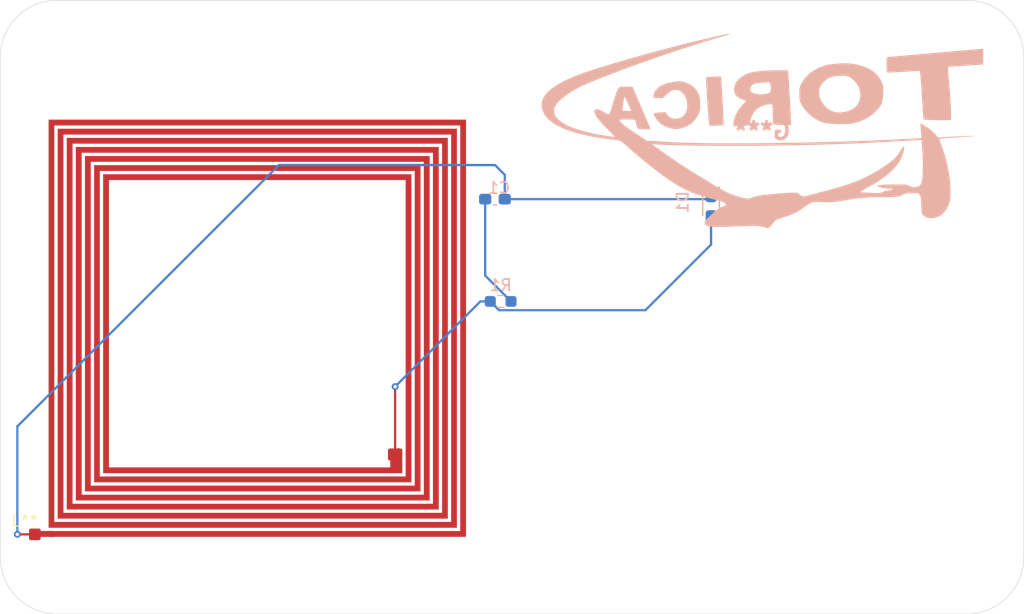
<source format=kicad_pcb>
(kicad_pcb (version 20241229) (generator "pcbnew") (generator_version "9.0")
  (layers (0 "F.Cu" signal) (2 "B.Cu" signal) (13 "F.Paste" user) (15 "B.Paste" user) (5 "F.SilkS" user "F.Silkscreen") (7 "B.SilkS" user "B.Silkscreen") (1 "F.Mask" user) (3 "B.Mask" user) (25 "Edge.Cuts" user))
  (net 0 "")
  (net 1 "Net-(D1-K)")
  (net 2 "Net-(C1-Pad2)")
  (net 3 "Net-(D1-A)")
  (footprint "lib:NFC_COIL_36.7x36.7_3uH" (layer "F.Cu") (at 113.25 90.2125)
    (property "Reference" "L**" (at -2.11 -1.4 0) (layer "F.SilkS") (effects (font (thickness 0.1))))
    (property "Value" "3.00 uH")
    (fp_rect (start -0.67 -0.41) (end 0.41 -0.09) (stroke (width 0.2)) (fill yes) (layer "F.Cu"))
    (fp_rect (start 30.14 -6.795) (end 31 -6.105) (stroke (width 0.2)) (fill yes) (layer "F.Cu"))
    (fp_poly (pts (xy 0 0) (xy 36.7 0) (xy 36.7 -36.7) (xy 0 -36.7) (xy 0 -0.8) (xy 35.9 -0.8) (xy 35.9 -35.9) (xy 0.8 -35.9) (xy 0.8 -1.6) (xy 35.1 -1.6) (xy 35.1 -35.1) (xy 1.6 -35.1) (xy 1.6 -2.4) (xy 34.3 -2.4) (xy 34.3 -34.3) (xy 2.4 -34.3) (xy 2.4 -3.2) (xy 33.5 -3.2) (xy 33.5 -33.5) (xy 3.2 -33.5) (xy 3.2 -4) (xy 32.7 -4) (xy 32.7 -32.7) (xy 4 -32.7) (xy 4 -4.8) (xy 31.9 -4.8) (xy 31.9 -31.9) (xy 4.8 -31.9) (xy 4.8 -5.6) (xy 31.1 -5.6) (xy 31.1 -6.1) (xy 30 -6.1) (xy 5.3 -6.1) (xy 5.3 -31.4) (xy 31.4 -31.4) (xy 31.4 -5.3) (xy 4.5 -5.3) (xy 4.5 -32.2) (xy 32.2 -32.2) (xy 32.2 -4.5) (xy 3.7 -4.5) (xy 3.7 -33) (xy 33 -33) (xy 33 -3.7) (xy 2.9 -3.7) (xy 2.9 -33.8) (xy 33.8 -33.8) (xy 33.8 -2.9) (xy 2.1 -2.9) (xy 2.1 -34.6) (xy 34.6 -34.6) (xy 34.6 -2.1) (xy 1.3 -2.1) (xy 1.3 -35.4) (xy 35.4 -35.4) (xy 35.4 -1.3) (xy 0.5 -1.3) (xy 0.5 -36.2) (xy 36.2 -36.2) (xy 36.2 -0.5) (xy 0 -0.5)) (stroke (width 0.01)) (fill yes) (layer "F.Cu"))
    (pad "1" smd roundrect (at 30.470625 -7.23875) (size 1.26125 1.0625) (layers "F.Cu" "F.Mask" "F.Paste") (roundrect_rratio 0.15) (net 3 "Net-(D1-A)"))
    (pad "2" smd roundrect (at -1.20875 -0.2125) (size 1.0225 1.025) (layers "F.Cu" "F.Mask" "F.Paste") (roundrect_rratio 0.15) (net 1 "Net-(D1-K)"))
  )
  (footprint "Capacitor_SMD:C_0603_1608Metric_Pad1.08x0.95mm_HandSolder" (layer "B.Cu") (at 152.5 60.5 180)
    (property "Reference" "C1" (at -0.35 0.99 0) (layer "B.SilkS") (effects (justify mirror)))
    (property "Value" "C")
    (fp_line (start -0.146267 0.51) (end 0.146267 0.51) (stroke (width 0.12)) (layer "B.SilkS"))
    (fp_line (start -0.146267 -0.51) (end 0.146267 -0.51) (stroke (width 0.12)) (layer "B.SilkS"))
    (pad "1" smd roundrect (at -0.8625 0 180) (size 1.075 0.95) (layers "B.Cu" "B.Mask" "B.Paste") (net 1 "Net-(D1-K)"))
    (pad "2" smd roundrect (at 0.8625 0 180) (size 1.075 0.95) (layers "B.Cu" "B.Mask" "B.Paste") (net 2 "Net-(C1-Pad2)"))
  )
  (footprint "lib:TORICA_LOGO" (layer "B.Cu") (at 176 54.5 180)
    (property "Reference" "G***" (at 0 0 0) (layer "B.SilkS") (effects (font (size 1.5 1.5) (thickness 0.3)) (justify mirror)))
    (property "Value" "LOGO" (hide yes))
    (fp_poly (pts (xy 4.028364 4.794973) (xy 4.255147 4.783218) (xy 4.48478 4.767654) (xy 4.691357 4.749855) (xy 4.848972 4.731393) (xy 4.931721 4.713839) (xy 4.935016 4.71211) (xy 4.94065 4.655024) (xy 4.93873 4.505314) (xy 4.930193 4.276965) (xy 4.915973 3.983962) (xy 4.897009 3.640291) (xy 4.874235 3.259938) (xy 4.848589 2.856888) (xy 4.821005 2.445126) (xy 4.792421 2.038638) (xy 4.763773 1.65141) (xy 4.735997 1.297426) (xy 4.710028 0.990673) (xy 4.686804 0.745135) (xy 4.66726 0.574799) (xy 4.652697 0.494632) (xy 4.588475 0.439894) (xy 4.560309 0.439068) (xy 4.480409 0.445424) (xy 4.31983 0.453538) (xy 4.104801 0.462192) (xy 3.943683 0.467675) (xy 3.395578 0.485005) (xy 3.397426 0.737135) (xy 3.401091 0.896033) (xy 3.409863 1.131815) (xy 3.422947 1.430288) (xy 3.43955 1.777259) (xy 3.458877 2.158534) (xy 3.480136 2.559921) (xy 3.502533 2.967226) (xy 3.525273 3.366256) (xy 3.547563 3.742817) (xy 3.56861 4.082717) (xy 3.58762 4.371762) (xy 3.603799 4.595758) (xy 3.616353 4.740514) (xy 3.624159 4.791669) (xy 3.686964 4.800771) (xy 3.830334 4.801348)) (fill yes) (layer "B.SilkS"))
    (fp_poly (pts (xy 7.480111 4.368804) (xy 7.715764 4.338435) (xy 7.856176 4.316523) (xy 8.37269 4.20314) (xy 8.79899 4.044437) (xy 9.133027 3.841885) (xy 9.372756 3.596959) (xy 9.516129 3.311133) (xy 9.55775 3.091551) (xy 9.571789 2.914317) (xy 9.157641 2.898704) (xy 8.743493 2.883091) (xy 8.377587 3.226747) (xy 8.125667 3.440808) (xy 7.907635 3.57034) (xy 7.703167 3.623006) (xy 7.491941 3.606466) (xy 7.419688 3.587833) (xy 7.146767 3.457653) (xy 6.925559 3.254189) (xy 6.758037 2.995377) (xy 6.646175 2.699151) (xy 6.591947 2.383447) (xy 6.597327 2.066201) (xy 6.664289 1.765346) (xy 6.794807 1.498818) (xy 6.990854 1.284553) (xy 7.154863 1.181558) (xy 7.460921 1.081923) (xy 7.759012 1.07436) (xy 8.030848 1.15447) (xy 8.25814 1.317852) (xy 8.378966 1.476036) (xy 8.492071 1.667733) (xy 8.978456 1.630066) (xy 9.248673 1.607311) (xy 9.425957 1.5828) (xy 9.524075 1.547529) (xy 9.556797 1.492491) (xy 9.537889 1.408683) (xy 9.486425 1.297809) (xy 9.250189 0.937194) (xy 8.933276 0.63269) (xy 8.552582 0.396617) (xy 8.125001 0.241295) (xy 8.000385 0.214178) (xy 7.77366 0.178175) (xy 7.58469 0.16829) (xy 7.38887 0.185875) (xy 7.141596 0.232282) (xy 7.098693 0.241513) (xy 6.645233 0.388981) (xy 6.256818 0.620884) (xy 5.931827 0.938531) (xy 5.668638 1.343233) (xy 5.623534 1.434186) (xy 5.546295 1.605455) (xy 5.497006 1.747921) (xy 5.469539 1.895097) (xy 5.457769 2.08049) (xy 5.455571 2.33761) (xy 5.455602 2.352843) (xy 5.461129 2.641511) (xy 5.479339 2.857172) (xy 5.51499 3.03347) (xy 5.572841 3.204051) (xy 5.577701 3.216288) (xy 5.786325 3.600887) (xy 6.073469 3.915347) (xy 6.432642 4.154422) (xy 6.857351 4.312864) (xy 6.964785 4.337587) (xy 7.13859 4.367577) (xy 7.299042 4.37825)) (fill yes) (layer "B.SilkS"))
    (fp_poly (pts (xy -19.023264 7.200897) (xy -18.72691 7.176422) (xy -18.360008 7.14556) (xy -17.932551 7.109189) (xy -17.454532 7.068189) (xy -16.935944 7.023439) (xy -16.386782 6.975818) (xy -15.817037 6.926206) (xy -15.236703 6.875481) (xy -14.655774 6.824523) (xy -14.084243 6.774212) (xy -13.532104 6.725426) (xy -13.009349 6.679045) (xy -12.525972 6.635949) (xy -12.091966 6.597015) (xy -11.717324 6.563124) (xy -11.412041 6.535155) (xy -11.186108 6.513987) (xy -11.04952 6.500499) (xy -11.012083 6.496032) (xy -10.965298 6.480716) (xy -10.934891 6.445414) (xy -10.918298 6.371521) (xy -10.912951 6.240434) (xy -10.916286 6.033547) (xy -10.922094 5.84346) (xy -10.931508 5.591551) (xy -10.941804 5.377666) (xy -10.951703 5.225161) (xy -10.959571 5.158433) (xy -11.015994 5.14272) (xy -11.172975 5.138448) (xy -11.43188 5.14566) (xy -11.794073 5.164398) (xy -12.260918 5.194706) (xy -12.3767 5.202852) (xy -12.754791 5.228679) (xy -13.099134 5.250126) (xy -13.394924 5.266438) (xy -13.627354 5.27686) (xy -13.781618 5.280637) (xy -13.841833 5.277571) (xy -13.861982 5.234209) (xy -13.883465 5.115727) (xy -13.906742 4.916926) (xy -13.932277 4.632607) (xy -13.96053 4.257571) (xy -13.991963 3.786618) (xy -14.027038 3.214549) (xy -14.030994 3.147679) (xy -14.059151 2.683729) (xy -14.086795 2.253493) (xy -14.113063 1.868601) (xy -14.137092 1.540685) (xy -14.158022 1.281375) (xy -14.174989 1.102303) (xy -14.18713 1.015098) (xy -14.189566 1.00871) (xy -14.25185 0.996648) (xy -14.401406 0.984705) (xy -14.61856 0.973403) (xy -14.883639 0.963267) (xy -15.176968 0.95482) (xy -15.478874 0.948584) (xy -15.769681 0.945084) (xy -16.029717 0.944843) (xy -16.239307 0.948385) (xy -16.322843 0.951953) (xy -16.60358 0.968116) (xy -16.602968 1.700585) (xy -16.597438 1.963755) (xy -16.582243 2.30816) (xy -16.558938 2.708675) (xy -16.529078 3.140178) (xy -16.49422 3.577547) (xy -16.469896 3.850106) (xy -16.434219 4.238654) (xy -16.402133 4.601286) (xy -16.374995 4.921578) (xy -16.354164 5.183108) (xy -16.340998 5.369452) (xy -16.336823 5.459515) (xy -16.336211 5.651871) (xy -16.93779 5.686222) (xy -17.203865 5.701949) (xy -17.5419 5.722723) (xy -17.917153 5.746367) (xy -18.294881 5.770704) (xy -18.488527 5.783424) (xy -19.437685 5.846276) (xy -19.437685 6.540458) (xy -19.437685 7.234641)) (fill yes) (layer "B.SilkS"))
    (fp_poly (pts (xy -6.788067 5.946234) (xy -6.331567 5.910757) (xy -5.908905 5.854369) (xy -5.55432 5.778928) (xy -5.535991 5.773846) (xy -4.992356 5.57767) (xy -4.499313 5.313904) (xy -4.069873 4.992365) (xy -3.717046 4.622873) (xy -3.453843 4.215245) (xy -3.443688 4.194892) (xy -3.361351 4.020854) (xy -3.308515 3.879741) (xy -3.278672 3.738203) (xy -3.265317 3.562889) (xy -3.261945 3.320448) (xy -3.261896 3.26302) (xy -3.26434 3.001479) (xy -3.275883 2.813091) (xy -3.302835 2.664098) (xy -3.35151 2.520743) (xy -3.428218 2.349268) (xy -3.435715 2.333408) (xy -3.620662 2.025021) (xy -3.878301 1.707377) (xy -4.181105 1.408562) (xy -4.50155 1.156659) (xy -4.717701 1.025329) (xy -4.979789 0.892054) (xy -5.204073 0.791814) (xy -5.413977 0.719575) (xy -5.632927 0.670305) (xy -5.884348 0.638971) (xy -6.191665 0.620538) (xy -6.578304 0.609973) (xy -6.657474 0.60853) (xy -7.071733 0.604328) (xy -7.398736 0.608511) (xy -7.657914 0.622013) (xy -7.8687 0.645764) (xy -8.021053 0.673982) (xy -8.66013 0.863167) (xy -9.235215 1.133194) (xy -9.741238 1.481302) (xy -10.070582 1.790036) (xy -10.289897 2.045192) (xy -10.446795 2.286033) (xy -10.550673 2.539094) (xy -10.610925 2.830908) (xy -10.631322 3.110812) (xy -8.630423 3.110812) (xy -8.594131 2.836806) (xy -8.553495 2.682637) (xy -8.402436 2.355181) (xy -8.160939 2.084065) (xy -7.829904 1.869995) (xy -7.410233 1.71368) (xy -7.277673 1.680519) (xy -6.83285 1.625073) (xy -6.412903 1.663129) (xy -6.042709 1.788938) (xy -5.725719 1.993686) (xy -5.447821 2.268317) (xy -5.224344 2.589869) (xy -5.070615 2.93538) (xy -5.001964 3.281887) (xy -4.99979 3.351276) (xy -5.032678 3.687773) (xy -5.140228 3.974441) (xy -5.335766 4.243267) (xy -5.39972 4.311191) (xy -5.647791 4.526425) (xy -5.919662 4.680582) (xy -6.237742 4.782051) (xy -6.624433 4.839224) (xy -6.848504 4.853732) (xy -7.101901 4.862577) (xy -7.279435 4.859591) (xy -7.411926 4.840478) (xy -7.530191 4.800941) (xy -7.656363 4.741093) (xy -7.980674 4.521179) (xy -8.257101 4.225055) (xy -8.462125 3.880646) (xy -8.528502 3.70562) (xy -8.608903 3.385823) (xy -8.630423 3.110812) (xy -10.631322 3.110812) (xy -10.636947 3.188011) (xy -10.640056 3.398353) (xy -10.639475 3.672247) (xy -10.632802 3.868497) (xy -10.614455 4.016403) (xy -10.578854 4.145267) (xy -10.520415 4.284391) (xy -10.439543 4.450966) (xy -10.196604 4.83808) (xy -9.877267 5.166796) (xy -9.477205 5.439719) (xy -8.992089 5.659454) (xy -8.417593 5.828606) (xy -8.018188 5.908613) (xy -7.665617 5.947021) (xy -7.244163 5.958942)) (fill yes) (layer "B.SilkS"))
    (fp_poly (pts (xy -1.56083 5.346576) (xy -1.108936 5.340471) (xy -0.65134 5.324143) (xy -0.208086 5.299084) (xy 0.200785 5.266788) (xy 0.555229 5.228744) (xy 0.835202 5.186446) (xy 0.962526 5.158757) (xy 1.411885 5.004056) (xy 1.793534 4.796188) (xy 2.099547 4.542961) (xy 2.321997 4.252186) (xy 2.452957 3.93167) (xy 2.486526 3.657443) (xy 2.441155 3.358333) (xy 2.303948 3.109771) (xy 2.07326 2.909933) (xy 1.747449 2.756999) (xy 1.644315 2.723913) (xy 1.507631 2.68069) (xy 1.426614 2.649597) (xy 1.417052 2.642762) (xy 1.452105 2.601311) (xy 1.545485 2.50307) (xy 1.67952 2.366495) (xy 1.731979 2.31384) (xy 2.066127 1.905016) (xy 2.328739 1.42043) (xy 2.450198 1.096211) (xy 2.508621 0.878436) (xy 2.543429 0.676202) (xy 2.552361 0.514411) (xy 2.533152 0.417965) (xy 2.513262 0.402192) (xy 2.442155 0.402175) (xy 2.286635 0.409442) (xy 2.068896 0.422756) (xy 1.811133 0.440875) (xy 1.783125 0.44297) (xy 1.106461 0.493878) (xy 1.071781 0.741571) (xy 0.961773 1.190848) (xy 0.770208 1.575588) (xy 0.503365 1.889673) (xy 0.16752 2.126984) (xy -0.231048 2.281403) (xy -0.567261 2.339129) (xy -0.744178 2.351549) (xy -0.840219 2.344105) (xy -0.880507 2.311144) (xy -0.88922 2.266691) (xy -0.893796 2.179327) (xy -0.901749 2.006795) (xy -0.912116 1.770785) (xy -0.923934 1.492988) (xy -0.929325 1.36358) (xy -0.962527 0.561475) (xy -1.737896 0.531816) (xy -2.014045 0.522269) (xy -2.249735 0.516049) (xy -2.425516 0.513519) (xy -2.521936 0.515042) (xy -2.534037 0.51694) (xy -2.535757 0.571445) (xy -2.531986 0.719395) (xy -2.523418 0.947467) (xy -2.510745 1.242337) (xy -2.49466 1.590681) (xy -2.475856 1.979177) (xy -2.455025 2.3945) (xy -2.432861 2.823327) (xy -2.410055 3.252336) (xy -2.390453 3.610592) (xy -0.753415 3.610592) (xy -0.71401 3.452026) (xy -0.614204 3.354703) (xy -0.515192 3.316342) (xy -0.241975 3.251027) (xy -0.008913 3.222481) (xy 0.233354 3.227949) (xy 0.500165 3.259692) (xy 0.695432 3.299686) (xy 0.858771 3.353856) (xy 0.941323 3.400588) (xy 1.023776 3.540818) (xy 1.035686 3.722401) (xy 0.977616 3.906808) (xy 0.932921 3.97529) (xy 0.841197 4.064107) (xy 0.713628 4.131452) (xy 0.533124 4.181863) (xy 0.282593 4.219884) (xy -0.055057 4.250054) (xy -0.117617 4.25441) (xy -0.36808 4.272022) (xy -0.532173 4.275265) (xy -0.63047 4.250711) (xy -0.683546 4.184931) (xy -0.711974 4.064495) (xy -0.736328 3.875975) (xy -0.739945 3.848206) (xy -0.753415 3.610592) (xy -2.390453 3.610592) (xy -2.387301 3.668201) (xy -2.365292 4.057601) (xy -2.34472 4.407211) (xy -2.326278 4.703707) (xy -2.310659 4.933768) (xy -2.298555 5.084068) (xy -2.294699 5.120106) (xy -2.266079 5.347369)) (fill yes) (layer "B.SilkS"))
    (fp_poly (pts (xy 3.08744 8.521353) (xy 3.362159 8.471552) (xy 3.714987 8.39959) (xy 4.137579 8.307505) (xy 4.621592 8.197335) (xy 5.158682 8.071117) (xy 5.740502 7.930889) (xy 6.35871 7.778688) (xy 7.004961 7.616551) (xy 7.67091 7.446516) (xy 8.348213 7.270621) (xy 9.028526 7.090903) (xy 9.703503 6.9094) (xy 10.364802 6.728149) (xy 11.004076 6.549187) (xy 11.122526 6.515564) (xy 12.092434 6.2374) (xy 12.965615 5.981989) (xy 13.749246 5.746746) (xy 14.4505 5.529085) (xy 15.076554 5.32642) (xy 15.634582 5.136165) (xy 16.131761 4.955735) (xy 16.575266 4.782543) (xy 16.972271 4.614005) (xy 17.329953 4.447533) (xy 17.655487 4.280543) (xy 17.956048 4.110448) (xy 18.181052 3.971858) (xy 18.640632 3.64057) (xy 18.993655 3.301201) (xy 19.240223 2.953461) (xy 19.380442 2.597063) (xy 19.414417 2.231716) (xy 19.342252 1.857133) (xy 19.164052 1.473023) (xy 19.114915 1.393822) (xy 18.832661 1.049389) (xy 18.447726 0.729383) (xy 17.96168 0.434373) (xy 17.376093 0.164925) (xy 16.692537 -0.078392) (xy 15.912582 -0.29501) (xy 15.037797 -0.48436) (xy 14.069755 -0.645876) (xy 13.148249 -0.763834) (xy 12.913018 -0.789908) (xy 12.731866 -0.814688) (xy 12.586155 -0.848122) (xy 12.457244 -0.900157) (xy 12.326493 -0.980742) (xy 12.175262 -1.099824) (xy 11.98491 -1.267352) (xy 11.736799 -1.493273) (xy 11.67378 -1.550736) (xy 11.239765 -1.935884) (xy 10.761139 -2.342661) (xy 10.253833 -2.758748) (xy 9.733777 -3.171827) (xy 9.216901 -3.569577) (xy 8.719136 -3.93968) (xy 8.256412 -4.269817) (xy 7.84466 -4.547668) (xy 7.596598 -4.703668) (xy 7.134715 -4.970381) (xy 6.687263 -5.200763) (xy 6.232153 -5.403566) (xy 5.747293 -5.587546) (xy 5.210595 -5.761456) (xy 4.599967 -5.934051) (xy 4.283604 -6.016581) (xy 3.924159 -6.111141) (xy 3.656723 -6.188554) (xy 3.468551 -6.253238) (xy 3.3469 -6.309611) (xy 3.279028 -6.362093) (xy 3.275716 -6.366038) (xy 3.197431 -6.480923) (xy 3.20569 -6.547506) (xy 3.309202 -6.588272) (xy 3.366358 -6.600005) (xy 3.581681 -6.678726) (xy 3.849825 -6.841709) (xy 4.164225 -7.084274) (xy 4.518313 -7.401742) (xy 4.595863 -7.476286) (xy 4.800414 -7.68019) (xy 4.936073 -7.830137) (xy 5.014942 -7.942014) (xy 5.049124 -8.031703) (xy 5.053262 -8.076633) (xy 5.043439 -8.17094) (xy 5.008546 -8.249505) (xy 4.940455 -8.313243) (xy 4.831033 -8.363066) (xy 4.672149 -8.399888) (xy 4.455672 -8.424621) (xy 4.173471 -8.43818) (xy 3.817416 -8.441478) (xy 3.379374 -8.435427) (xy 2.851215 -8.420942) (xy 2.224808 -8.398936) (xy 2.194165 -8.397783) (xy 1.711825 -8.379801) (xy 1.322875 -8.366285) (xy 1.01384 -8.357514) (xy 0.771245 -8.353766) (xy 0.581615 -8.355322) (xy 0.431474 -8.362461) (xy 0.307347 -8.375463) (xy 0.195759 -8.394606) (xy 0.083234 -8.420171) (xy -0.00891 -8.443478) (xy -0.21687 -8.495127) (xy -0.38795 -8.534242) (xy -0.493528 -8.554395) (xy -0.508889 -8.555789) (xy -0.581356 -8.519815) (xy -0.690441 -8.429052) (xy -0.740611 -8.379155) (xy -0.886839 -8.215905) (xy -1.031072 -8.040233) (xy -1.053832 -8.010546) (xy -1.122203 -7.929709) (xy -1.20269 -7.86331) (xy -1.314785 -7.8018) (xy -1.477981 -7.735625) (xy -1.711769 -7.655234) (xy -1.909411 -7.591282) (xy -2.296509 -7.463238) (xy -2.607484 -7.348071) (xy -2.869925 -7.232555) (xy -3.111422 -7.103464) (xy -3.359565 -6.947572) (xy -3.602907 -6.77944) (xy -3.886261 -6.580578) (xy -4.105941 -6.43665) (xy -4.284598 -6.339459) (xy -4.444885 -6.280807) (xy -4.609455 -6.252499) (xy -4.800958 -6.246337) (xy -5.042048 -6.254124) (xy -5.053264 -6.25462) (xy -5.512731 -6.270112) (xy -5.903152 -6.269953) (xy -6.261627 -6.25156) (xy -6.625254 -6.21235) (xy -7.031135 -6.149741) (xy -7.331189 -6.096015) (xy -7.824438 -6.011137) (xy -8.296867 -5.945076) (xy -8.772304 -5.89595) (xy -9.274573 -5.861877) (xy -9.827501 -5.840975) (xy -10.454912 -5.831362) (xy -10.694738 -5.830319) (xy -11.13768 -5.826893) (xy -11.488481 -5.817321) (xy -11.761865 -5.799647) (xy -11.972556 -5.771916) (xy -12.135277 -5.732172) (xy -12.264754 -5.67846) (xy -12.375709 -5.608824) (xy -12.378633 -5.606669) (xy -12.45952 -5.558896) (xy -12.563764 -5.526833) (xy -12.714252 -5.506942) (xy -12.93387 -5.495686) (xy -13.124794 -5.491319) (xy -13.728823 -5.481052) (xy -13.842728 -5.631943) (xy -13.889921 -5.706218) (xy -13.923858 -5.797155) (xy -13.947819 -5.925157) (xy -13.965084 -6.110629) (xy -13.978934 -6.373977) (xy -13.984581 -6.514258) (xy -14.004254 -6.883135) (xy -14.031295 -7.148395) (xy -14.066081 -7.313138) (xy -14.087133 -7.35977) (xy -14.257144 -7.527543) (xy -14.494078 -7.63515) (xy -14.77613 -7.682134) (xy -15.081495 -7.668041) (xy -15.38837 -7.592413) (xy -15.674949 -7.454794) (xy -15.762518 -7.394826) (xy -16.016702 -7.150278) (xy -16.241204 -6.828601) (xy -16.416723 -6.459114) (xy -16.458831 -6.337346) (xy -16.534995 -5.981185) (xy -16.569911 -5.542548) (xy -16.565696 -5.036719) (xy -16.524466 -4.478981) (xy -16.448339 -3.88462) (xy -16.339431 -3.268919) (xy -16.296145 -3.076088) (xy -14.127604 -3.076088) (xy -14.119362 -3.546598) (xy -14.096443 -3.957963) (xy -14.059443 -4.2963) (xy -14.008959 -4.547726) (xy -13.985796 -4.61909) (xy -13.873408 -4.775956) (xy -13.691055 -4.885944) (xy -13.467394 -4.943551) (xy -13.231079 -4.943278) (xy -13.010764 -4.879622) (xy -12.917958 -4.824089) (xy -12.85378 -4.781105) (xy -12.7836 -4.749988) (xy -12.68987 -4.728833) (xy -12.555047 -4.715733) (xy -12.361585 -4.708782) (xy -12.091939 -4.706075) (xy -11.827918 -4.705683) (xy -11.29161 -4.709081) (xy -10.859788 -4.7194) (xy -10.5302 -4.736828) (xy -10.300598 -4.761553) (xy -10.16873 -4.793765) (xy -10.132348 -4.833652) (xy -10.139638 -4.847048) (xy -10.253677 -4.923211) (xy -10.448438 -4.991076) (xy -10.697715 -5.044461) (xy -10.975305 -5.077185) (xy -11.145601 -5.084342) (xy -11.346981 -5.087647) (xy -11.454537 -5.094926) (xy -11.481391 -5.110356) (xy -11.440667 -5.138119) (xy -11.389896 -5.162141) (xy -11.224512 -5.212741) (xy -11.036511 -5.237602) (xy -11.01979 -5.238008) (xy -10.860216 -5.259402) (xy -10.73644 -5.309016) (xy -10.721608 -5.32051) (xy -10.559445 -5.404428) (xy -10.299775 -5.45275) (xy -9.946076 -5.465083) (xy -9.595052 -5.448568) (xy -9.335415 -5.4303) (xy -9.091874 -5.415167) (xy -8.899301 -5.405241) (xy -8.823159 -5.402657) (xy -8.609264 -5.398463) (xy -8.742948 -5.293994) (xy -8.844538 -5.226597) (xy -9.01545 -5.125481) (xy -9.22978 -5.005598) (xy -9.411369 -4.908187) (xy -10.012651 -4.565295) (xy -10.566812 -4.196534) (xy -11.06275 -3.811388) (xy -11.489359 -3.41934) (xy -11.835535 -3.029872) (xy -12.090175 -2.652467) (xy -12.121868 -2.593473) (xy -12.244879 -2.333279) (xy -12.347199 -2.074395) (xy -12.424897 -1.8331) (xy -12.474045 -1.625673) (xy -12.490713 -1.468393) (xy -12.470972 -1.377539) (xy -12.418066 -1.366307) (xy -12.361956 -1.421389) (xy -12.268784 -1.546997) (xy -12.15454 -1.720795) (xy -12.096754 -1.815046) (xy -11.931073 -2.065164) (xy -11.74039 -2.296831) (xy -11.509968 -2.523429) (xy -11.225072 -2.758339) (xy -10.870966 -3.014941) (xy -10.50758 -3.258132) (xy -9.849928 -3.66205) (xy -9.181941 -4.019958) (xy -8.484919 -4.339651) (xy -7.740161 -4.628924) (xy -6.928967 -4.895573) (xy -6.032636 -5.147393) (xy -5.882106 -5.18631) (xy -5.530115 -5.277099) (xy -5.178756 -5.369076) (xy -4.854586 -5.455192) (xy -4.58416 -5.5284) (xy -4.41158 -5.576592) (xy -4.091623 -5.665797) (xy -3.854342 -5.722707) (xy -3.680597 -5.747757) (xy -3.551246 -5.741381) (xy -3.447149 -5.704014) (xy -3.349166 -5.636092) (xy -3.308746 -5.60165) (xy -3.206626 -5.517037) (xy -3.116171 -5.465508) (xy -3.006483 -5.43888) (xy -2.846663 -5.42897) (xy -2.651511 -5.427578) (xy -2.441269 -5.433393) (xy -2.147676 -5.44954) (xy -1.793621 -5.474076) (xy -1.401993 -5.505056) (xy -0.995681 -5.540535) (xy -0.597573 -5.57857) (xy -0.23056 -5.617216) (xy 0.082471 -5.654528) (xy 0.189247 -5.668898) (xy 0.437464 -5.717768) (xy 0.710919 -5.792219) (xy 0.884405 -5.85158) (xy 1.035306 -5.907623) (xy 1.160676 -5.942585) (xy 1.282473 -5.954897) (xy 1.422656 -5.942993) (xy 1.603184 -5.905303) (xy 1.846017 -5.84026) (xy 2.11221 -5.763918) (xy 2.44401 -5.661712) (xy 2.746291 -5.552898) (xy 3.040915 -5.42712) (xy 3.349745 -5.274021) (xy 3.694643 -5.083243) (xy 4.097472 -4.844432) (xy 4.251157 -4.750673) (xy 4.595705 -4.539553) (xy 4.983041 -4.302552) (xy 5.373903 -4.063675) (xy 5.729028 -3.846925) (xy 5.855368 -3.769914) (xy 6.440175 -3.405071) (xy 7.070745 -2.996601) (xy 7.713748 -2.566848) (xy 8.335859 -2.138155) (xy 8.90375 -1.732863) (xy 9.010315 -1.654794) (xy 9.678736 -1.162606) (xy 9.197473 -1.193945) (xy 8.775323 -1.217004) (xy 8.257063 -1.23786) (xy 7.653508 -1.256413) (xy 6.975475 -1.272563) (xy 6.23378 -1.286209) (xy 5.439238 -1.297249) (xy 4.602666 -1.305584) (xy 3.734879 -1.311112) (xy 2.846695 -1.313732) (xy 1.948929 -1.313344) (xy 1.052397 -1.309847) (xy 0.167915 -1.30314) (xy -0.693701 -1.293122) (xy -0.986096 -1.288843) (xy -2.149929 -1.26979) (xy -3.223291 -1.249799) (xy -4.22266 -1.228276) (xy -5.164511 -1.204629) (xy -6.06532 -1.178265) (xy -6.941565 -1.148592) (xy -7.809722 -1.115017) (xy -8.686266 -1.076946) (xy -9.587675 -1.033788) (xy -10.530425 -0.98495) (xy -11.530992 -0.929839) (xy -12.474174 -0.875577) (xy -12.864902 -0.853551) (xy -13.219755 -0.835124) (xy -13.525037 -0.82088) (xy -13.767051 -0.811406) (xy -13.932099 -0.807285) (xy -14.006486 -0.809101) (xy -14.009156 -0.810067) (xy -14.018652 -0.867806) (xy -14.032499 -1.016746) (xy -14.049551 -1.241282) (xy -14.068659 -1.525809) (xy -14.088674 -1.854723) (xy -14.097676 -2.01316) (xy -14.120575 -2.560314) (xy -14.127604 -3.076088) (xy -16.296145 -3.076088) (xy -16.199861 -2.647163) (xy -16.031743 -2.034636) (xy -15.837197 -1.446622) (xy -15.749088 -1.213119) (xy -15.649419 -0.942761) (xy -15.598414 -0.763854) (xy -15.596455 -0.677847) (xy -15.605453 -0.670386) (xy -15.673252 -0.662576) (xy -15.83356 -0.649484) (xy -16.072124 -0.632109) (xy -16.37469 -0.611449) (xy -16.727004 -0.588501) (xy -17.114813 -0.564264) (xy -17.165053 -0.561195) (xy -17.657851 -0.530192) (xy -18.057452 -0.502976) (xy -18.361907 -0.479754) (xy -18.569269 -0.460735) (xy -18.67759 -0.446124) (xy -18.684923 -0.43613) (xy -18.589319 -0.43096) (xy -18.390492 -0.430805) (xy -18.247108 -0.434538) (xy -18.016404 -0.443376) (xy -17.717839 -0.456445) (xy -17.370872 -0.472869) (xy -16.994965 -0.491774) (xy -16.764001 -0.503924) (xy -15.453896 -0.574028) (xy -15.37615 -0.460803) (xy -15.210378 -0.262558) (xy -14.974741 -0.038985) (xy -14.694988 0.187328) (xy -14.415917 0.381659) (xy -14.176692 0.528651) (xy -14.014105 0.612327) (xy -13.920468 0.635147) (xy -13.88809 0.599571) (xy -13.895735 0.548106) (xy -13.910347 0.45705) (xy -13.928411 0.286898) (xy -13.947216 0.065324) (xy -13.95858 -0.093578) (xy -13.994906 -0.641683) (xy -13.761874 -0.642201) (xy -13.628668 -0.64551) (xy -13.413045 -0.654307) (xy -13.13933 -0.667454) (xy -12.831849 -0.683812) (xy -12.646527 -0.694386) (xy -11.764205 -0.742524) (xy -10.80077 -0.788647) (xy -9.768127 -0.832502) (xy -8.678182 -0.873838) (xy -7.542841 -0.912403) (xy -6.374009 -0.947944) (xy -5.183592 -0.980209) (xy -3.983495 -1.008947) (xy -2.785624 -1.033905) (xy -1.601885 -1.054831) (xy -0.444184 -1.071472) (xy 0.675574 -1.083578) (xy 1.745484 -1.090895) (xy 2.753639 -1.093172) (xy 3.688134 -1.090156) (xy 4.537063 -1.081596) (xy 5.133473 -1.070879) (xy 5.644769 -1.059106) (xy 6.134651 -1.04701) (xy 6.590296 -1.034965) (xy 6.998882 -1.023346) (xy 7.347587 -1.012527) (xy 7.623588 -1.002883) (xy 7.814063 -0.994789) (xy 7.887368 -0.990426) (xy 8.057628 -0.978139) (xy 8.308681 -0.96128) (xy 8.614556 -0.941532) (xy 8.949281 -0.92058) (xy 9.197473 -0.905459) (xy 10.159999 -0.847559) (xy 10.855157 -0.390258) (xy 11.308649 -0.089174) (xy 11.677917 0.162818) (xy 11.970366 0.371778) (xy 12.193402 0.543767) (xy 12.354429 0.684843) (xy 12.460854 0.801068) (xy 12.520081 0.898501) (xy 12.539516 0.983204) (xy 12.539578 0.988206) (xy 12.489479 0.998758) (xy 12.352572 1.005392) (xy 12.148938 1.007634) (xy 11.898661 1.005011) (xy 11.861117 1.00423) (xy 11.182656 0.989264) (xy 11.090022 0.621895) (xy 11.038081 0.433787) (xy 10.989396 0.2877) (xy 10.954145 0.214021) (xy 10.953009 0.212868) (xy 10.887127 0.194607) (xy 10.746261 0.17732) (xy 10.556974 0.162239) (xy 10.345828 0.150596) (xy 10.139387 0.143622) (xy 9.964213 0.142548) (xy 9.846868 0.148605) (xy 9.81242 0.159994) (xy 9.832799 0.214266) (xy 9.89085 0.355796) (xy 9.981942 0.573617) (xy 10.101444 0.856762) (xy 10.244726 1.194263) (xy 10.407157 1.575153) (xy 10.488278 1.764632) (xy 11.529035 1.764632) (xy 11.89171 1.764632) (xy 12.078026 1.768323) (xy 12.217987 1.777999) (xy 12.281319 1.791566) (xy 12.281334 1.791581) (xy 12.28464 1.851331) (xy 12.274096 1.990387) (xy 12.253048 2.182497) (xy 12.224842 2.401413) (xy 12.192827 2.620883) (xy 12.160349 2.814658) (xy 12.135066 2.938764) (xy 12.113067 2.971269) (xy 12.073112 2.942258) (xy 12.011363 2.844518) (xy 11.92398 2.670838) (xy 11.807122 2.414006) (xy 11.656952 2.06681) (xy 11.602492 1.938422) (xy 11.529035 1.764632) (xy 10.488278 1.764632) (xy 10.584107 1.988465) (xy 10.603412 2.033463) (xy 11.394404 3.876843) (xy 11.846675 3.893113) (xy 12.147044 3.901451) (xy 12.361117 3.895025) (xy 12.509406 3.864483) (xy 12.612425 3.800475) (xy 12.690688 3.693652) (xy 12.764708 3.534662) (xy 12.795101 3.460809) (xy 12.866827 3.268687) (xy 12.956907 3.003556) (xy 13.055519 2.695575) (xy 13.152839 2.374903) (xy 13.187103 2.257166) (xy 13.279483 1.935055) (xy 13.351638 1.705392) (xy 13.416111 1.558822) (xy 13.485447 1.485988) (xy 13.57219 1.477536) (xy 13.688883 1.524109) (xy 13.848072 1.616352) (xy 13.957427 1.682647) (xy 14.254677 1.838811) (xy 14.489743 1.915973) (xy 14.658082 1.91755) (xy 14.75515 1.84696) (xy 14.776404 1.707623) (xy 14.7173 1.502955) (xy 14.573296 1.236377) (xy 14.565926 1.224818) (xy 14.453593 1.072536) (xy 14.280688 0.866559) (xy 14.06463 0.626372) (xy 13.822835 0.371459) (xy 13.626406 0.17379) (xy 13.406279 -0.04626) (xy 13.220705 -0.238413) (xy 13.080099 -0.391315) (xy 12.994876 -0.493615) (xy 12.975448 -0.533958) (xy 12.977006 -0.53417) (xy 13.091199 -0.524067) (xy 13.288611 -0.497262) (xy 13.547473 -0.457434) (xy 13.846017 -0.408263) (xy 14.162474 -0.35343) (xy 14.475077 -0.296616) (xy 14.762056 -0.241499) (xy 14.999368 -0.192261) (xy 15.675625 -0.029375) (xy 16.27263 0.144656) (xy 16.781986 0.327041) (xy 17.195299 0.514993) (xy 17.298174 0.571394) (xy 17.703792 0.832973) (xy 18.004816 1.092413) (xy 18.203447 1.353334) (xy 18.301884 1.619358) (xy 18.302326 1.894105) (xy 18.236429 2.115903) (xy 18.09114 2.359976) (xy 17.853063 2.628569) (xy 17.531451 2.914172) (xy 17.135554 3.209277) (xy 16.674624 3.506375) (xy 16.175789 3.788483) (xy 15.839695 3.955496) (xy 15.410311 4.150176) (xy 14.896729 4.369273) (xy 14.30804 4.609541) (xy 13.653336 4.86773) (xy 12.941708 5.140592) (xy 12.182249 5.424881) (xy 11.384051 5.717346) (xy 10.556204 6.014742) (xy 9.707801 6.313818) (xy 8.847933 6.611328) (xy 7.985693 6.904023) (xy 7.130171 7.188655) (xy 6.29046 7.461976) (xy 5.475651 7.720738) (xy 4.694837 7.961693) (xy 3.957108 8.181592) (xy 3.552813 8.298132) (xy 3.283316 8.376859) (xy 3.059527 8.446357) (xy 2.897273 8.501367) (xy 2.812385 8.53663) (xy 2.805709 8.546325) (xy 2.899175 8.546957)) (fill yes) (layer "B.SilkS"))
  )
  (footprint "LED_SMD:LED_0603_1608Metric_Pad1.05x0.95mm_HandSolder" (layer "B.Cu") (at 171.5 61.125 -90)
    (property "Reference" "D1" (at -0.35 2.5 90) (layer "B.SilkS") (effects (justify mirror)))
    (property "Value" "LED")
    (fp_line (start -1.66 0.735) (end -1.66 -0.735) (stroke (width 0.12)) (layer "B.SilkS"))
    (fp_line (start 0.8 0.735) (end -1.66 0.735) (stroke (width 0.12)) (layer "B.SilkS"))
    (fp_line (start -1.66 -0.735) (end 0.8 -0.735) (stroke (width 0.12)) (layer "B.SilkS"))
    (pad "1" smd roundrect (at -0.875 0 270) (size 1.05 0.95) (layers "B.Cu" "B.Mask" "B.Paste") (net 1 "Net-(D1-K)"))
    (pad "2" smd roundrect (at 0.875 0 270) (size 1.05 0.95) (layers "B.Cu" "B.Mask" "B.Paste") (net 3 "Net-(D1-A)"))
  )
  (footprint "Resistor_SMD:R_0603_1608Metric_Pad0.98x0.95mm_HandSolder" (layer "B.Cu") (at 153 69.5 180)
    (property "Reference" "R1" (at 0 1.43 0) (layer "B.SilkS") (effects (justify mirror)))
    (property "Value" "R")
    (fp_line (start -0.254724 0.5225) (end 0.254724 0.5225) (stroke (width 0.12)) (layer "B.SilkS"))
    (fp_line (start -0.254724 -0.5225) (end 0.254724 -0.5225) (stroke (width 0.12)) (layer "B.SilkS"))
    (pad "1" smd roundrect (at -0.9125 0 180) (size 0.975 0.95) (layers "B.Cu" "B.Mask" "B.Paste") (net 2 "Net-(C1-Pad2)"))
    (pad "2" smd roundrect (at 0.9125 0 180) (size 0.975 0.95) (layers "B.Cu" "B.Mask" "B.Paste") (net 3 "Net-(D1-A)"))
  )
  (gr_line (start 194 97) (end 114 97) (stroke (width 0.05)) (layer "Edge.Cuts"))
  (gr_line (start 109 92) (end 109 48) (stroke (width 0.05)) (layer "Edge.Cuts"))
  (gr_arc (start 114 97) (mid 110.464466 95.535534) (end 109 92) (stroke (width 0.05)) (layer "Edge.Cuts"))
  (gr_arc (start 109 48) (mid 110.464466 44.464466) (end 114 43) (stroke (width 0.05)) (layer "Edge.Cuts"))
  (gr_arc (start 199 92) (mid 197.535534 95.535534) (end 194 97) (stroke (width 0.05)) (layer "Edge.Cuts"))
  (gr_line (start 114 43) (end 194 43) (stroke (width 0.05)) (layer "Edge.Cuts"))
  (gr_line (start 199 48) (end 199 92) (stroke (width 0.05)) (layer "Edge.Cuts"))
  (gr_arc (start 194 43) (mid 197.535534 44.464466) (end 199 48) (stroke (width 0.05)) (layer "Edge.Cuts"))
  (segment (start 112.04125 90) (end 110.5 90) (width 0.2) (layer "F.Cu") (net 1))
  (via (at 110.5 90) (size 0.6) (drill 0.3) (layers "F.Cu" "B.Cu") (net 1))
  (segment (start 152.5 57.5) (end 153.3625 58.3625) (width 0.2) (layer "B.Cu") (net 1))
  (segment (start 110.5 90) (end 110.5 80.5) (width 0.2) (layer "B.Cu") (net 1))
  (segment (start 171.25 60.5) (end 171.5 60.25) (width 0.2) (layer "B.Cu") (net 1))
  (segment (start 110.5 80.5) (end 133.5 57.5) (width 0.2) (layer "B.Cu") (net 1))
  (segment (start 153.3625 60.5) (end 171.25 60.5) (width 0.2) (layer "B.Cu") (net 1))
  (segment (start 153.3625 58.3625) (end 153.3625 60.5) (width 0.2) (layer "B.Cu") (net 1))
  (segment (start 133.5 57.5) (end 152.5 57.5) (width 0.2) (layer "B.Cu") (net 1))
  (segment (start 151.6375 60.6375) (end 151.6375 67.225) (width 0.2) (layer "B.Cu") (net 2))
  (segment (start 151.6375 67.225) (end 153.9125 69.5) (width 0.2) (layer "B.Cu") (net 2))
  (segment (start 144 82.5) (end 144 82.949) (width 0.2) (layer "F.Cu") (net 3))
  (segment (start 143.720625 82.97375) (end 143.720625 77) (width 0.2) (layer "F.Cu") (net 3))
  (via (at 143.720625 77) (size 0.6) (drill 0.3) (layers "F.Cu" "B.Cu") (net 3))
  (segment (start 143.720625 77) (end 151.220625 69.5) (width 0.2) (layer "B.Cu") (net 3))
  (segment (start 171.5 62) (end 171.5 64.5) (width 0.2) (layer "B.Cu") (net 3))
  (segment (start 165.724 70.276) (end 152.8635 70.276) (width 0.2) (layer "B.Cu") (net 3))
  (segment (start 152.8635 70.276) (end 152.0875 69.5) (width 0.2) (layer "B.Cu") (net 3))
  (segment (start 151.220625 69.5) (end 152.0875 69.5) (width 0.2) (layer "B.Cu") (net 3))
  (segment (start 171.5 64.5) (end 165.724 70.276) (width 0.2) (layer "B.Cu") (net 3))
)
</source>
